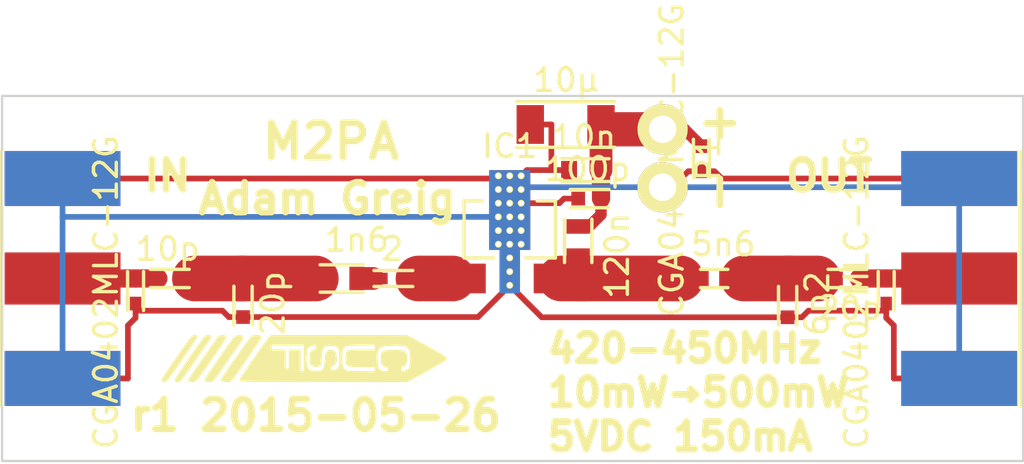
<source format=kicad_pcb>
(kicad_pcb (version 20171130) (host pcbnew "(5.1.12)-1")

  (general
    (thickness 1.6)
    (drawings 15)
    (tracks 114)
    (zones 0)
    (modules 19)
    (nets 10)
  )

  (page A4)
  (title_block
    (title "Martlet 2 RF PA")
    (date "Sat 23 May 2015")
    (rev 1)
    (company "Cambridge University Spaceflight")
    (comment 1 "Drawn By: Adam Greig")
  )

  (layers
    (0 F.Cu signal)
    (31 B.Cu signal)
    (32 B.Adhes user)
    (33 F.Adhes user hide)
    (34 B.Paste user)
    (35 F.Paste user)
    (36 B.SilkS user)
    (37 F.SilkS user)
    (38 B.Mask user)
    (39 F.Mask user)
    (40 Dwgs.User user)
    (41 Cmts.User user)
    (42 Eco1.User user)
    (43 Eco2.User user)
    (44 Edge.Cuts user)
    (45 Margin user)
    (46 B.CrtYd user)
    (47 F.CrtYd user)
    (48 B.Fab user)
    (49 F.Fab user)
  )

  (setup
    (last_trace_width 0.25)
    (user_trace_width 0.2)
    (user_trace_width 0.28)
    (user_trace_width 0.3)
    (user_trace_width 0.4)
    (user_trace_width 0.5)
    (user_trace_width 0.8)
    (user_trace_width 1)
    (user_trace_width 1.2)
    (user_trace_width 1.5)
    (user_trace_width 2)
    (trace_clearance 0.2)
    (zone_clearance 0.3)
    (zone_45_only no)
    (trace_min 0.2)
    (via_size 0.8)
    (via_drill 0.4)
    (via_min_size 0.8)
    (via_min_drill 0.4)
    (user_via 0.8 0.4)
    (user_via 1 0.6)
    (uvia_size 0.3)
    (uvia_drill 0.1)
    (uvias_allowed no)
    (uvia_min_size 0.2)
    (uvia_min_drill 0.1)
    (edge_width 0.1)
    (segment_width 0.6)
    (pcb_text_width 0.3)
    (pcb_text_size 1.5 1.5)
    (mod_edge_width 0.15)
    (mod_text_size 1 1)
    (mod_text_width 0.15)
    (pad_size 0.6 0.6)
    (pad_drill 0)
    (pad_to_mask_clearance 0)
    (aux_axis_origin 0 0)
    (visible_elements 7FFFFFFF)
    (pcbplotparams
      (layerselection 0x010f0_80000001)
      (usegerberextensions true)
      (usegerberattributes true)
      (usegerberadvancedattributes true)
      (creategerberjobfile true)
      (excludeedgelayer true)
      (linewidth 0.100000)
      (plotframeref false)
      (viasonmask false)
      (mode 1)
      (useauxorigin false)
      (hpglpennumber 1)
      (hpglpenspeed 20)
      (hpglpendiameter 15.000000)
      (psnegative false)
      (psa4output false)
      (plotreference false)
      (plotvalue false)
      (plotinvisibletext false)
      (padsonsilk false)
      (subtractmaskfromsilk false)
      (outputformat 1)
      (mirror false)
      (drillshape 0)
      (scaleselection 1)
      (outputdirectory "gerbers/"))
  )

  (net 0 "")
  (net 1 "Net-(C1-Pad1)")
  (net 2 "Net-(C1-Pad2)")
  (net 3 GND)
  (net 4 +5V)
  (net 5 "Net-(C5-Pad2)")
  (net 6 "Net-(C7-Pad2)")
  (net 7 "Net-(IC1-Pad1)")
  (net 8 "Net-(IC1-Pad3)")
  (net 9 "Net-(L1-Pad1)")

  (net_class Default "This is the default net class."
    (clearance 0.2)
    (trace_width 0.25)
    (via_dia 0.8)
    (via_drill 0.4)
    (uvia_dia 0.3)
    (uvia_drill 0.1)
    (add_net +5V)
    (add_net GND)
    (add_net "Net-(C1-Pad1)")
    (add_net "Net-(C1-Pad2)")
    (add_net "Net-(C5-Pad2)")
    (add_net "Net-(C7-Pad2)")
    (add_net "Net-(IC1-Pad1)")
    (add_net "Net-(IC1-Pad3)")
    (add_net "Net-(L1-Pad1)")
  )

  (module m2pa:C0402 (layer F.Cu) (tedit 53CD9C5E) (tstamp 55607FF7)
    (at 124.6 87 180)
    (path /537B564F)
    (fp_text reference C1 (at 0.4 -1.25 180) (layer F.SilkS) hide
      (effects (font (size 1 1) (thickness 0.15)))
    )
    (fp_text value 10p (at 0.6 1.3 180) (layer F.SilkS)
      (effects (font (size 1 1) (thickness 0.15)))
    )
    (fp_line (start -0.35 -0.4) (end 1.35 -0.4) (layer F.SilkS) (width 0.15))
    (fp_line (start -0.35 0.4) (end 1.35 0.4) (layer F.SilkS) (width 0.15))
    (pad 1 smd rect (at 0 0 180) (size 0.6 0.6) (layers F.Cu F.Paste F.Mask)
      (net 1 "Net-(C1-Pad1)"))
    (pad 2 smd rect (at 1 0 180) (size 0.6 0.6) (layers F.Cu F.Paste F.Mask)
      (net 2 "Net-(C1-Pad2)"))
  )

  (module m2pa:C0402 locked (layer F.Cu) (tedit 55609496) (tstamp 55607FFF)
    (at 127.31 88.69 90)
    (path /537B56E0)
    (fp_text reference C2 (at 0.4 -1.25 90) (layer F.SilkS) hide
      (effects (font (size 1 1) (thickness 0.15)))
    )
    (fp_text value 20p (at 0.6 1.3 90) (layer F.SilkS)
      (effects (font (size 1 1) (thickness 0.15)))
    )
    (fp_line (start -0.35 -0.4) (end 1.35 -0.4) (layer F.SilkS) (width 0.15))
    (fp_line (start -0.35 0.4) (end 1.35 0.4) (layer F.SilkS) (width 0.15))
    (pad 1 smd rect (at 0 0 90) (size 0.6 0.6) (layers F.Cu F.Paste F.Mask)
      (net 3 GND) (zone_connect 2))
    (pad 2 smd rect (at 1 0 90) (size 0.6 0.6) (layers F.Cu F.Paste F.Mask)
      (net 1 "Net-(C1-Pad1)"))
  )

  (module m2pa:C0402 (layer F.Cu) (tedit 53CD9C5E) (tstamp 55608007)
    (at 143 83.5 180)
    (path /537B5BFF)
    (fp_text reference C3 (at 0.4 -1.25 180) (layer F.SilkS) hide
      (effects (font (size 1 1) (thickness 0.15)))
    )
    (fp_text value 100p (at 0.6 1.3 180) (layer F.SilkS)
      (effects (font (size 1 1) (thickness 0.15)))
    )
    (fp_line (start -0.35 -0.4) (end 1.35 -0.4) (layer F.SilkS) (width 0.15))
    (fp_line (start -0.35 0.4) (end 1.35 0.4) (layer F.SilkS) (width 0.15))
    (pad 1 smd rect (at 0 0 180) (size 0.6 0.6) (layers F.Cu F.Paste F.Mask)
      (net 4 +5V))
    (pad 2 smd rect (at 1 0 180) (size 0.6 0.6) (layers F.Cu F.Paste F.Mask)
      (net 3 GND))
  )

  (module m2pa:C0603 (layer F.Cu) (tedit 53CD4DE5) (tstamp 5560800F)
    (at 143 82.25 180)
    (path /537B5C80)
    (fp_text reference C4 (at 0.7 -1.35 180) (layer F.SilkS) hide
      (effects (font (size 1 1) (thickness 0.15)))
    )
    (fp_text value 10n (at 0.75 1.45 180) (layer F.SilkS)
      (effects (font (size 1 1) (thickness 0.15)))
    )
    (fp_line (start -0.35 -0.5) (end 1.75 -0.5) (layer F.SilkS) (width 0.15))
    (fp_line (start 1.75 0.5) (end -0.35 0.5) (layer F.SilkS) (width 0.15))
    (pad 1 smd rect (at 0 0 180) (size 0.7 0.8) (layers F.Cu F.Paste F.Mask)
      (net 4 +5V))
    (pad 2 smd rect (at 1.4 0 180) (size 0.7 0.8) (layers F.Cu F.Paste F.Mask)
      (net 3 GND))
  )

  (module m2pa:C0402 locked (layer F.Cu) (tedit 5560948F) (tstamp 55608017)
    (at 151.18 88.7 90)
    (path /537B5A1A)
    (fp_text reference C5 (at 0.4 -1.25 90) (layer F.SilkS) hide
      (effects (font (size 1 1) (thickness 0.15)))
    )
    (fp_text value 6p2 (at 0.6 1.3 90) (layer F.SilkS)
      (effects (font (size 1 1) (thickness 0.15)))
    )
    (fp_line (start -0.35 -0.4) (end 1.35 -0.4) (layer F.SilkS) (width 0.15))
    (fp_line (start -0.35 0.4) (end 1.35 0.4) (layer F.SilkS) (width 0.15))
    (pad 1 smd rect (at 0 0 90) (size 0.6 0.6) (layers F.Cu F.Paste F.Mask)
      (net 3 GND) (zone_connect 2))
    (pad 2 smd rect (at 1 0 90) (size 0.6 0.6) (layers F.Cu F.Paste F.Mask)
      (net 5 "Net-(C5-Pad2)"))
  )

  (module m2pa:C1206 (layer F.Cu) (tedit 53CD9DEC) (tstamp 5560801F)
    (at 143 80.25 180)
    (path /537BBE5B)
    (fp_text reference C6 (at 1.4 -1.85 180) (layer F.SilkS) hide
      (effects (font (size 1 1) (thickness 0.15)))
    )
    (fp_text value 10µ (at 1.5 1.95 180) (layer F.SilkS)
      (effects (font (size 1 1) (thickness 0.15)))
    )
    (fp_line (start -0.6 -1) (end 3.7 -1) (layer F.SilkS) (width 0.15))
    (fp_line (start -0.6 1) (end 3.7 1) (layer F.SilkS) (width 0.15))
    (pad 1 smd rect (at 0 0 180) (size 1.2 1.7) (layers F.Cu F.Paste F.Mask)
      (net 4 +5V))
    (pad 2 smd rect (at 3.1 0 180) (size 1.2 1.7) (layers F.Cu F.Paste F.Mask)
      (net 3 GND))
  )

  (module m2pa:C0402 (layer F.Cu) (tedit 53CD9C5E) (tstamp 55608027)
    (at 153.3 87)
    (path /537B5AA3)
    (fp_text reference C7 (at 0.4 -1.25) (layer F.SilkS) hide
      (effects (font (size 1 1) (thickness 0.15)))
    )
    (fp_text value 20p (at 0.6 1.3) (layer F.SilkS)
      (effects (font (size 1 1) (thickness 0.15)))
    )
    (fp_line (start -0.35 -0.4) (end 1.35 -0.4) (layer F.SilkS) (width 0.15))
    (fp_line (start -0.35 0.4) (end 1.35 0.4) (layer F.SilkS) (width 0.15))
    (pad 1 smd rect (at 0 0) (size 0.6 0.6) (layers F.Cu F.Paste F.Mask)
      (net 5 "Net-(C5-Pad2)"))
    (pad 2 smd rect (at 1 0) (size 0.6 0.6) (layers F.Cu F.Paste F.Mask)
      (net 6 "Net-(C7-Pad2)"))
  )

  (module m2pa:R0402 (layer F.Cu) (tedit 53CDA370) (tstamp 5560802F)
    (at 122.6 87 270)
    (path /55607F4A)
    (fp_text reference D1 (at 0.4 -1.25 270) (layer F.SilkS) hide
      (effects (font (size 1 1) (thickness 0.15)))
    )
    (fp_text value CGA0402MLC-12G (at 0.6 1.3 270) (layer F.SilkS)
      (effects (font (size 1 1) (thickness 0.15)))
    )
    (fp_line (start -0.3 -0.35) (end 1.4 -0.35) (layer F.SilkS) (width 0.15))
    (fp_line (start -0.3 0.35) (end 1.4 0.35) (layer F.SilkS) (width 0.15))
    (pad 1 smd rect (at 0 0 270) (size 0.6 0.5) (layers F.Cu F.Paste F.Mask)
      (net 2 "Net-(C1-Pad2)"))
    (pad 2 smd rect (at 1.1 0 270) (size 0.6 0.5) (layers F.Cu F.Paste F.Mask)
      (net 3 GND))
  )

  (module m2pa:R0402 (layer F.Cu) (tedit 53CDA370) (tstamp 55608037)
    (at 155.5 87 270)
    (path /53D02CEB)
    (fp_text reference D2 (at 0.4 -1.25 270) (layer F.SilkS) hide
      (effects (font (size 1 1) (thickness 0.15)))
    )
    (fp_text value CGA0402MLC-12G (at 0.6 1.3 270) (layer F.SilkS)
      (effects (font (size 1 1) (thickness 0.15)))
    )
    (fp_line (start -0.3 -0.35) (end 1.4 -0.35) (layer F.SilkS) (width 0.15))
    (fp_line (start -0.3 0.35) (end 1.4 0.35) (layer F.SilkS) (width 0.15))
    (pad 1 smd rect (at 0 0 270) (size 0.6 0.5) (layers F.Cu F.Paste F.Mask)
      (net 6 "Net-(C7-Pad2)"))
    (pad 2 smd rect (at 1.1 0 270) (size 0.6 0.5) (layers F.Cu F.Paste F.Mask)
      (net 3 GND))
  )

  (module m2pa:L0603 locked (layer F.Cu) (tedit 53CD4A11) (tstamp 55608068)
    (at 132.29 87 180)
    (path /537BE636)
    (fp_text reference L1 (at 0 -1.6 180) (layer F.SilkS) hide
      (effects (font (size 1 1) (thickness 0.15)))
    )
    (fp_text value 1n6 (at 0 1.7 180) (layer F.SilkS)
      (effects (font (size 1 1) (thickness 0.15)))
    )
    (fp_line (start -0.3 -0.6) (end 1.6 -0.6) (layer F.SilkS) (width 0.15))
    (fp_line (start -0.3 0.6) (end 1.6 0.6) (layer F.SilkS) (width 0.15))
    (pad 1 smd rect (at 0 0 180) (size 0.64 1.02) (layers F.Cu F.Paste F.Mask)
      (net 9 "Net-(L1-Pad1)"))
    (pad 2 smd rect (at 1.28 0 180) (size 0.64 1.02) (layers F.Cu F.Paste F.Mask)
      (net 1 "Net-(C1-Pad1)"))
  )

  (module m2pa:L0603 (layer F.Cu) (tedit 53CD4A11) (tstamp 55608070)
    (at 142 86 90)
    (path /537BE815)
    (fp_text reference L2 (at 0 -1.6 90) (layer F.SilkS) hide
      (effects (font (size 1 1) (thickness 0.15)))
    )
    (fp_text value 120n (at 0 1.7 90) (layer F.SilkS)
      (effects (font (size 1 1) (thickness 0.15)))
    )
    (fp_line (start -0.3 -0.6) (end 1.6 -0.6) (layer F.SilkS) (width 0.15))
    (fp_line (start -0.3 0.6) (end 1.6 0.6) (layer F.SilkS) (width 0.15))
    (pad 1 smd rect (at 0 0 90) (size 0.64 1.02) (layers F.Cu F.Paste F.Mask)
      (net 8 "Net-(IC1-Pad3)"))
    (pad 2 smd rect (at 1.28 0 90) (size 0.64 1.02) (layers F.Cu F.Paste F.Mask)
      (net 4 +5V))
  )

  (module m2pa:L0402 locked (layer F.Cu) (tedit 53CD4996) (tstamp 55608078)
    (at 148.36 87 180)
    (path /537BEED9)
    (fp_text reference L3 (at 0 -1.4 180) (layer F.SilkS) hide
      (effects (font (size 1 1) (thickness 0.15)))
    )
    (fp_text value 5n6 (at 0 1.5 180) (layer F.SilkS)
      (effects (font (size 1 1) (thickness 0.15)))
    )
    (fp_line (start -0.2 -0.4) (end 1 -0.4) (layer F.SilkS) (width 0.15))
    (fp_line (start -0.2 0.4) (end 1 0.4) (layer F.SilkS) (width 0.15))
    (pad 1 smd rect (at 0 0 180) (size 0.36 0.66) (layers F.Cu F.Paste F.Mask)
      (net 5 "Net-(C5-Pad2)"))
    (pad 2 smd rect (at 0.82 0 180) (size 0.36 0.66) (layers F.Cu F.Paste F.Mask)
      (net 8 "Net-(IC1-Pad3)"))
  )

  (module m2pa:R0402 locked (layer F.Cu) (tedit 53CDA370) (tstamp 556080A8)
    (at 134.45 87 180)
    (path /537BE047)
    (fp_text reference R1 (at 0.4 -1.25 180) (layer F.SilkS) hide
      (effects (font (size 1 1) (thickness 0.15)))
    )
    (fp_text value 2 (at 0.6 1.3 180) (layer F.SilkS)
      (effects (font (size 1 1) (thickness 0.15)))
    )
    (fp_line (start -0.3 -0.35) (end 1.4 -0.35) (layer F.SilkS) (width 0.15))
    (fp_line (start -0.3 0.35) (end 1.4 0.35) (layer F.SilkS) (width 0.15))
    (pad 1 smd rect (at 0 0 180) (size 0.6 0.5) (layers F.Cu F.Paste F.Mask)
      (net 7 "Net-(IC1-Pad1)"))
    (pad 2 smd rect (at 1.1 0 180) (size 0.6 0.5) (layers F.Cu F.Paste F.Mask)
      (net 9 "Net-(L1-Pad1)"))
  )

  (module m2pa:R0402 (layer F.Cu) (tedit 53CDA370) (tstamp 556089EF)
    (at 147.4 81.2 270)
    (path /55608B21)
    (fp_text reference D3 (at 0.4 -1.25 270) (layer F.SilkS) hide
      (effects (font (size 1 1) (thickness 0.15)))
    )
    (fp_text value CGA0402MLC-12G (at 0.6 1.3 270) (layer F.SilkS)
      (effects (font (size 1 1) (thickness 0.15)))
    )
    (fp_line (start -0.3 -0.35) (end 1.4 -0.35) (layer F.SilkS) (width 0.15))
    (fp_line (start -0.3 0.35) (end 1.4 0.35) (layer F.SilkS) (width 0.15))
    (pad 1 smd rect (at 0 0 270) (size 0.6 0.5) (layers F.Cu F.Paste F.Mask)
      (net 4 +5V))
    (pad 2 smd rect (at 1.1 0 270) (size 0.6 0.5) (layers F.Cu F.Paste F.Mask)
      (net 3 GND))
  )

  (module m2pa:SMA-142-0701-801 (layer F.Cu) (tedit 55609D61) (tstamp 556080A0)
    (at 158.7 87 270)
    (path /537B7B92)
    (fp_text reference P3 (at 0 -4.064 270) (layer F.SilkS) hide
      (effects (font (size 1 1) (thickness 0.15)))
    )
    (fp_text value SMA (at -3.556 3.81 270) (layer F.SilkS) hide
      (effects (font (size 1 1) (thickness 0.15)))
    )
    (fp_line (start -5.588 -2.667) (end 5.588 -2.667) (layer F.SilkS) (width 0.15))
    (pad 1 smd rect (at 0 0 270) (size 2.286 5.08) (layers F.Cu F.Mask)
      (net 6 "Net-(C7-Pad2)") (zone_connect 2))
    (pad 2 smd rect (at -4.3815 0 270) (size 2.413 5.08) (layers F.Cu F.Mask)
      (net 3 GND) (zone_connect 2))
    (pad 3 smd rect (at 4.3815 0 270) (size 2.413 5.08) (layers F.Cu F.Mask)
      (net 3 GND) (zone_connect 2))
    (pad 4 smd rect (at -4.3815 0 270) (size 2.413 5.08) (layers B.Cu B.Mask)
      (net 3 GND) (zone_connect 2))
    (pad 5 smd rect (at 4.3815 0 270) (size 2.413 5.08) (layers B.Cu B.Mask)
      (net 3 GND) (zone_connect 2))
  )

  (module m2pa:SMA-142-0701-801 (layer F.Cu) (tedit 55609D61) (tstamp 55608096)
    (at 119.4 87 90)
    (path /555D1B9C)
    (fp_text reference P2 (at 0 -4.064 90) (layer F.SilkS) hide
      (effects (font (size 1 1) (thickness 0.15)))
    )
    (fp_text value SMA (at -3.556 3.81 90) (layer F.SilkS) hide
      (effects (font (size 1 1) (thickness 0.15)))
    )
    (fp_line (start -5.588 -2.667) (end 5.588 -2.667) (layer F.SilkS) (width 0.15))
    (pad 1 smd rect (at 0 0 90) (size 2.286 5.08) (layers F.Cu F.Mask)
      (net 2 "Net-(C1-Pad2)") (zone_connect 2))
    (pad 2 smd rect (at -4.3815 0 90) (size 2.413 5.08) (layers F.Cu F.Mask)
      (net 3 GND) (zone_connect 2))
    (pad 3 smd rect (at 4.3815 0 90) (size 2.413 5.08) (layers F.Cu F.Mask)
      (net 3 GND) (zone_connect 2))
    (pad 4 smd rect (at -4.3815 0 90) (size 2.413 5.08) (layers B.Cu B.Mask)
      (net 3 GND) (zone_connect 2))
    (pad 5 smd rect (at 4.3815 0 90) (size 2.413 5.08) (layers B.Cu B.Mask)
      (net 3 GND) (zone_connect 2))
  )

  (module m2pa:SOT89-3 (layer F.Cu) (tedit 5560A450) (tstamp 55608060)
    (at 139 87)
    (path /53792B5C)
    (fp_text reference IC1 (at 0 -5.8) (layer F.SilkS)
      (effects (font (size 1 1) (thickness 0.15)))
    )
    (fp_text value ADL5324 (at 0 1.8) (layer F.SilkS) hide
      (effects (font (size 1 1) (thickness 0.15)))
    )
    (fp_line (start -1.5 -3.4) (end -1.2 -3.4) (layer F.SilkS) (width 0.15))
    (fp_line (start 1.2 -3.4) (end 1.5 -3.4) (layer F.SilkS) (width 0.15))
    (fp_line (start -1.5 -0.9) (end -0.7 -0.9) (layer F.SilkS) (width 0.15))
    (fp_line (start 1.5 -0.9) (end 0.7 -0.9) (layer F.SilkS) (width 0.15))
    (fp_line (start -2 -0.9) (end -1.5 -0.9) (layer F.SilkS) (width 0.15))
    (fp_line (start -2 -3.4) (end -2 -0.9) (layer F.SilkS) (width 0.15))
    (fp_line (start -1.5 -3.4) (end -2 -3.4) (layer F.SilkS) (width 0.15))
    (fp_line (start 2 -3.4) (end 1.5 -3.4) (layer F.SilkS) (width 0.15))
    (fp_line (start 2 -0.9) (end 2 -3.4) (layer F.SilkS) (width 0.15))
    (fp_line (start 1.5 -0.9) (end 2 -0.9) (layer F.SilkS) (width 0.15))
    (pad 2 smd rect (at 0 -0.3 180) (size 0.9 1.9) (layers F.Cu F.Paste F.Mask)
      (net 3 GND) (zone_connect 2))
    (pad 1 smd rect (at -1.5 0 180) (size 0.9 1.3) (layers F.Cu F.Paste F.Mask)
      (net 7 "Net-(IC1-Pad1)"))
    (pad 3 smd rect (at 1.5 0 180) (size 0.9 1.3) (layers F.Cu F.Paste F.Mask)
      (net 8 "Net-(IC1-Pad3)"))
    (pad 2 smd rect (at 0 -3 180) (size 1.8 3.5) (layers F.Cu F.Paste F.Mask)
      (net 3 GND) (zone_connect 2))
    (pad 2 thru_hole circle (at 0 -0.3 180) (size 0.3 0.3) (drill 0.2) (layers *.Cu F.SilkS F.Mask)
      (net 3 GND) (zone_connect 2))
    (pad 2 thru_hole circle (at 0 0.3 180) (size 0.3 0.3) (drill 0.2) (layers *.Cu F.SilkS F.Mask)
      (net 3 GND) (zone_connect 2))
    (pad 2 thru_hole circle (at 0 -0.9 180) (size 0.3 0.3) (drill 0.2) (layers *.Cu F.SilkS F.Mask)
      (net 3 GND) (zone_connect 2))
    (pad 2 thru_hole circle (at 0 -1.5 180) (size 0.3 0.3) (drill 0.2) (layers *.Cu F.SilkS F.Mask)
      (net 3 GND) (zone_connect 2))
    (pad 2 thru_hole circle (at 0 -2.1 180) (size 0.3 0.3) (drill 0.2) (layers *.Cu F.SilkS F.Mask)
      (net 3 GND) (zone_connect 2))
    (pad 2 thru_hole circle (at 0 -2.7 180) (size 0.3 0.3) (drill 0.2) (layers *.Cu F.SilkS F.Mask)
      (net 3 GND) (zone_connect 2))
    (pad 2 thru_hole circle (at 0 -3.3 180) (size 0.3 0.3) (drill 0.2) (layers *.Cu F.SilkS F.Mask)
      (net 3 GND) (zone_connect 2))
    (pad 2 thru_hole circle (at 0 -3.9 180) (size 0.3 0.3) (drill 0.2) (layers *.Cu F.SilkS F.Mask)
      (net 3 GND) (zone_connect 2))
    (pad 2 thru_hole circle (at 0 -4.5 180) (size 0.3 0.3) (drill 0.2) (layers *.Cu F.SilkS F.Mask)
      (net 3 GND) (zone_connect 2))
    (pad 2 thru_hole circle (at 0.5 -1.5 180) (size 0.3 0.3) (drill 0.2) (layers *.Cu F.SilkS F.Mask)
      (net 3 GND) (zone_connect 2))
    (pad 2 thru_hole circle (at 0.5 -2.1 180) (size 0.3 0.3) (drill 0.2) (layers *.Cu F.SilkS F.Mask)
      (net 3 GND) (zone_connect 2))
    (pad 2 thru_hole circle (at 0.5 -2.7 180) (size 0.3 0.3) (drill 0.2) (layers *.Cu F.SilkS F.Mask)
      (net 3 GND) (zone_connect 2))
    (pad 2 thru_hole circle (at 0.5 -3.3 180) (size 0.3 0.3) (drill 0.2) (layers *.Cu F.SilkS F.Mask)
      (net 3 GND) (zone_connect 2))
    (pad 2 thru_hole circle (at 0.5 -3.9 180) (size 0.3 0.3) (drill 0.2) (layers *.Cu F.SilkS F.Mask)
      (net 3 GND) (zone_connect 2))
    (pad 2 thru_hole circle (at -0.5 -3.9 180) (size 0.3 0.3) (drill 0.2) (layers *.Cu F.SilkS F.Mask)
      (net 3 GND) (zone_connect 2))
    (pad 2 thru_hole circle (at -0.5 -3.3 180) (size 0.3 0.3) (drill 0.2) (layers *.Cu F.SilkS F.Mask)
      (net 3 GND) (zone_connect 2))
    (pad 2 thru_hole circle (at -0.5 -2.7 180) (size 0.3 0.3) (drill 0.2) (layers *.Cu F.SilkS F.Mask)
      (net 3 GND) (zone_connect 2))
    (pad 2 thru_hole circle (at -0.5 -2.1 180) (size 0.3 0.3) (drill 0.2) (layers *.Cu F.SilkS F.Mask)
      (net 3 GND) (zone_connect 2))
    (pad 2 thru_hole circle (at -0.5 -1.5 180) (size 0.3 0.3) (drill 0.2) (layers *.Cu F.SilkS F.Mask)
      (net 3 GND) (zone_connect 2))
    (pad 2 thru_hole circle (at -0.5 -4.5 180) (size 0.3 0.3) (drill 0.2) (layers *.Cu F.SilkS F.Mask)
      (net 3 GND) (zone_connect 2))
    (pad 2 thru_hole circle (at 0.5 -4.5 180) (size 0.3 0.3) (drill 0.2) (layers *.Cu F.SilkS F.Mask)
      (net 3 GND) (zone_connect 2))
    (pad 2 smd rect (at 0 -3 180) (size 1.8 3.5) (layers B.Cu)
      (net 3 GND) (zone_connect 2))
    (pad 2 smd rect (at 0 -0.3 180) (size 0.9 1.9) (layers B.Cu)
      (net 3 GND) (zone_connect 2))
  )

  (module m2pa:cusf_logo_small (layer F.Cu) (tedit 0) (tstamp 5560CEAD)
    (at 130 90.5 270)
    (fp_text reference G*** (at 0 0 270) (layer F.SilkS) hide
      (effects (font (size 1.524 1.524) (thickness 0.3)))
    )
    (fp_text value LOGO (at 0.75 0 270) (layer F.SilkS) hide
      (effects (font (size 1.524 1.524) (thickness 0.3)))
    )
    (fp_poly (pts (xy 0.994954 -4.512126) (xy 0.989602 -0.864355) (xy 0.988922 -0.40392) (xy 0.988277 0.016045)
      (xy 0.987643 0.397406) (xy 0.986995 0.742026) (xy 0.986311 1.05177) (xy 0.985564 1.328502)
      (xy 0.98473 1.574087) (xy 0.983786 1.790388) (xy 0.982707 1.979271) (xy 0.981469 2.142598)
      (xy 0.980047 2.282235) (xy 0.978417 2.400047) (xy 0.976555 2.497896) (xy 0.974436 2.577648)
      (xy 0.972036 2.641166) (xy 0.96933 2.690315) (xy 0.966295 2.72696) (xy 0.962906 2.752965)
      (xy 0.959138 2.770193) (xy 0.954968 2.780509) (xy 0.950371 2.785778) (xy 0.945322 2.787864)
      (xy 0.941917 2.78838) (xy 0.914543 2.777381) (xy 0.854647 2.742682) (xy 0.763974 2.685439)
      (xy 0.644271 2.606807) (xy 0.619973 2.590463) (xy 0.619973 -3.704167) (xy 0.47932 -3.704167)
      (xy 0.338667 -3.704167) (xy 0.338667 -3.631461) (xy 0.326661 -3.534217) (xy 0.292835 -3.462218)
      (xy 0.256067 -3.430106) (xy 0.196567 -3.411154) (xy 0.110079 -3.398639) (xy 0.011547 -3.393206)
      (xy -0.084081 -3.395505) (xy -0.161859 -3.40618) (xy -0.179847 -3.411237) (xy -0.225411 -3.431516)
      (xy -0.260016 -3.461319) (xy -0.285128 -3.506146) (xy -0.302211 -3.571499) (xy -0.31273 -3.66288)
      (xy -0.318149 -3.78579) (xy -0.31991 -3.93731) (xy -0.318068 -4.100152) (xy -0.310808 -4.225172)
      (xy -0.297258 -4.316636) (xy -0.276542 -4.378812) (xy -0.247786 -4.415966) (xy -0.21889 -4.43041)
      (xy -0.126724 -4.45195) (xy -0.045144 -4.460393) (xy 0.047676 -4.457374) (xy 0.090214 -4.453584)
      (xy 0.19419 -4.437497) (xy 0.262451 -4.410432) (xy 0.301168 -4.36756) (xy 0.31651 -4.30405)
      (xy 0.3175 -4.275667) (xy 0.3175 -4.191) (xy 0.457981 -4.191) (xy 0.598463 -4.191)
      (xy 0.587767 -4.324248) (xy 0.570581 -4.442159) (xy 0.53731 -4.532926) (xy 0.483476 -4.599585)
      (xy 0.404605 -4.645171) (xy 0.296219 -4.672718) (xy 0.153842 -4.685261) (xy 0.052917 -4.686855)
      (xy -0.124376 -4.681019) (xy -0.265316 -4.663061) (xy -0.37467 -4.63091) (xy -0.457207 -4.582497)
      (xy -0.517697 -4.515751) (xy -0.560908 -4.428601) (xy -0.564409 -4.418837) (xy -0.585027 -4.329766)
      (xy -0.598139 -4.209513) (xy -0.604111 -4.067732) (xy -0.603308 -3.914082) (xy -0.596096 -3.75822)
      (xy -0.582841 -3.609802) (xy -0.563909 -3.478486) (xy -0.539663 -3.373929) (xy -0.523155 -3.32901)
      (xy -0.477635 -3.272119) (xy -0.401517 -3.221679) (xy -0.306533 -3.184794) (xy -0.271267 -3.176453)
      (xy -0.166129 -3.163052) (xy -0.036832 -3.157175) (xy 0.099129 -3.158807) (xy 0.224259 -3.167932)
      (xy 0.286727 -3.176972) (xy 0.36528 -3.194604) (xy 0.434836 -3.215469) (xy 0.467677 -3.228956)
      (xy 0.528915 -3.284066) (xy 0.573981 -3.376693) (xy 0.602049 -3.504897) (xy 0.607603 -3.55661)
      (xy 0.619973 -3.704167) (xy 0.619973 2.590463) (xy 0.61812 2.589217) (xy 0.61812 -3.132667)
      (xy 0.478393 -3.132667) (xy 0.338667 -3.132667) (xy 0.337745 -2.619375) (xy 0.33665 -2.425996)
      (xy 0.333839 -2.270419) (xy 0.328872 -2.148132) (xy 0.321308 -2.054622) (xy 0.310709 -1.985377)
      (xy 0.296632 -1.935886) (xy 0.27864 -1.901636) (xy 0.266312 -1.887053) (xy 0.226703 -1.869257)
      (xy 0.156521 -1.856971) (xy 0.067143 -1.850213) (xy -0.030053 -1.849004) (xy -0.123692 -1.853362)
      (xy -0.202396 -1.863308) (xy -0.25479 -1.878859) (xy -0.265339 -1.886147) (xy -0.286428 -1.913758)
      (xy -0.303157 -1.952899) (xy -0.315992 -2.008212) (xy -0.325403 -2.084342) (xy -0.331857 -2.185931)
      (xy -0.335821 -2.317624) (xy -0.337764 -2.484064) (xy -0.338162 -2.608792) (xy -0.338666 -3.132667)
      (xy -0.477927 -3.132667) (xy -0.617187 -3.132667) (xy -0.609824 -2.513542) (xy -0.607258 -2.327543)
      (xy -0.604279 -2.179067) (xy -0.600602 -2.063305) (xy -0.595941 -1.975447) (xy -0.590011 -1.910683)
      (xy -0.582527 -1.864203) (xy -0.573205 -1.831198) (xy -0.568735 -1.820333) (xy -0.515076 -1.733828)
      (xy -0.441206 -1.675442) (xy -0.343971 -1.638577) (xy -0.260895 -1.623921) (xy -0.149429 -1.614662)
      (xy -0.023186 -1.610927) (xy 0.104219 -1.612845) (xy 0.219171 -1.620544) (xy 0.300583 -1.632492)
      (xy 0.412066 -1.666588) (xy 0.491262 -1.717697) (xy 0.546869 -1.792221) (xy 0.562507 -1.825352)
      (xy 0.573915 -1.856978) (xy 0.583059 -1.895463) (xy 0.590287 -1.946013) (xy 0.59595 -2.013831)
      (xy 0.600396 -2.104121) (xy 0.603974 -2.222087) (xy 0.607034 -2.372933) (xy 0.609391 -2.524125)
      (xy 0.61812 -3.132667) (xy 0.61812 2.589217) (xy 0.613834 2.586334) (xy 0.613834 0.211667)
      (xy 0.613834 0.09525) (xy 0.613834 -0.021167) (xy 0.602885 -0.021167) (xy 0.602885 -0.512006)
      (xy 0.596344 -0.627817) (xy 0.576036 -0.727283) (xy 0.543535 -0.799314) (xy 0.534519 -0.810812)
      (xy 0.485633 -0.851877) (xy 0.417233 -0.883417) (xy 0.322492 -0.907544) (xy 0.194587 -0.926371)
      (xy 0.143502 -0.931825) (xy -0.006977 -0.947088) (xy -0.120529 -0.960581) (xy -0.202353 -0.974716)
      (xy -0.257646 -0.991909) (xy -0.291609 -1.014572) (xy -0.30944 -1.045122) (xy -0.316337 -1.085971)
      (xy -0.317499 -1.139534) (xy -0.3175 -1.145904) (xy -0.312103 -1.235298) (xy -0.291271 -1.292888)
      (xy -0.248039 -1.328348) (xy -0.175444 -1.351349) (xy -0.16851 -1.352866) (xy -0.020478 -1.374243)
      (xy 0.102417 -1.370514) (xy 0.197509 -1.342646) (xy 0.262129 -1.291606) (xy 0.293613 -1.21836)
      (xy 0.296334 -1.184338) (xy 0.300799 -1.162124) (xy 0.320344 -1.149639) (xy 0.364191 -1.144169)
      (xy 0.436878 -1.143) (xy 0.577423 -1.143) (xy 0.56499 -1.263463) (xy 0.542122 -1.374313)
      (xy 0.495978 -1.45597) (xy 0.420424 -1.517951) (xy 0.390218 -1.534583) (xy 0.351303 -1.551674)
      (xy 0.307719 -1.563526) (xy 0.251062 -1.571051) (xy 0.172928 -1.575161) (xy 0.064914 -1.576767)
      (xy 0 -1.576917) (xy -0.15977 -1.574556) (xy -0.283352 -1.56625) (xy -0.376693 -1.55016)
      (xy -0.445739 -1.524451) (xy -0.496435 -1.487285) (xy -0.534729 -1.436824) (xy -0.550727 -1.406769)
      (xy -0.579266 -1.317108) (xy -0.594622 -1.203787) (xy -0.596345 -1.08352) (xy -0.583984 -0.97302)
      (xy -0.564255 -0.904309) (xy -0.53354 -0.852161) (xy -0.486499 -0.810315) (xy -0.418299 -0.777187)
      (xy -0.324106 -0.751191) (xy -0.199089 -0.730742) (xy -0.038415 -0.714254) (xy 0.03175 -0.708788)
      (xy 0.122823 -0.699287) (xy 0.202133 -0.685868) (xy 0.25691 -0.670884) (xy 0.268886 -0.66511)
      (xy 0.309907 -0.616453) (xy 0.330261 -0.545136) (xy 0.331053 -0.464027) (xy 0.313384 -0.385994)
      (xy 0.278357 -0.323906) (xy 0.237059 -0.293763) (xy 0.191968 -0.285135) (xy 0.116739 -0.279581)
      (xy 0.023499 -0.277758) (xy -0.038948 -0.278818) (xy -0.13885 -0.282762) (xy -0.20555 -0.288357)
      (xy -0.248175 -0.297606) (xy -0.275856 -0.312513) (xy -0.297722 -0.335081) (xy -0.29824 -0.33572)
      (xy -0.327043 -0.392847) (xy -0.338666 -0.457428) (xy -0.338666 -0.529167) (xy -0.478689 -0.529167)
      (xy -0.618711 -0.529167) (xy -0.603806 -0.407458) (xy -0.576386 -0.273187) (xy -0.53152 -0.176983)
      (xy -0.468901 -0.118204) (xy -0.463802 -0.115453) (xy -0.377218 -0.084504) (xy -0.259589 -0.062034)
      (xy -0.121502 -0.048835) (xy 0.026457 -0.045701) (xy 0.173704 -0.053427) (xy 0.247369 -0.062129)
      (xy 0.374021 -0.088077) (xy 0.465506 -0.127674) (xy 0.528323 -0.187083) (xy 0.568971 -0.272468)
      (xy 0.593951 -0.389993) (xy 0.594086 -0.390941) (xy 0.602885 -0.512006) (xy 0.602885 -0.021167)
      (xy 0 -0.021167) (xy -0.613833 -0.021167) (xy -0.613833 0.73025) (xy -0.613833 1.481667)
      (xy -0.47625 1.481667) (xy -0.338666 1.481667) (xy -0.338666 1.17475) (xy -0.338666 0.867833)
      (xy 0.074084 0.867833) (xy 0.486834 0.867833) (xy 0.486834 0.751417) (xy 0.486834 0.635)
      (xy 0.074084 0.635) (xy -0.338666 0.635) (xy -0.338666 0.423333) (xy -0.338666 0.211667)
      (xy 0.137584 0.211667) (xy 0.613834 0.211667) (xy 0.613834 2.586334) (xy 0.497285 2.507942)
      (xy 0.324761 2.389998) (xy 0.128447 2.254132) (xy 0.021167 2.179316) (xy -0.152243 2.057837)
      (xy -0.316585 1.942206) (xy -0.468291 1.834969) (xy -0.603793 1.73867) (xy -0.719525 1.655855)
      (xy -0.81192 1.589068) (xy -0.877409 1.540855) (xy -0.912426 1.51376) (xy -0.915458 1.5111)
      (xy -0.973666 1.456911) (xy -0.973666 -1.515915) (xy -0.973666 -4.488741) (xy -0.918779 -4.599162)
      (xy -0.896427 -4.641945) (xy -0.856026 -4.716999) (xy -0.80015 -4.819626) (xy -0.731376 -4.945129)
      (xy -0.65228 -5.088808) (xy -0.565439 -5.245968) (xy -0.473428 -5.411909) (xy -0.448599 -5.456589)
      (xy -0.343033 -5.645957) (xy -0.255703 -5.801247) (xy -0.184669 -5.925595) (xy -0.127988 -6.022138)
      (xy -0.083721 -6.094014) (xy -0.049927 -6.144359) (xy -0.024663 -6.176311) (xy -0.00599 -6.193006)
      (xy 0.008034 -6.19758) (xy 0.009804 -6.197423) (xy 0.027764 -6.185613) (xy 0.055897 -6.152329)
      (xy 0.095809 -6.095027) (xy 0.149108 -6.011162) (xy 0.217398 -5.898191) (xy 0.302288 -5.75357)
      (xy 0.405383 -5.574755) (xy 0.428088 -5.535083) (xy 0.519916 -5.374026) (xy 0.609242 -5.216515)
      (xy 0.692818 -5.068337) (xy 0.767398 -4.935279) (xy 0.829735 -4.823128) (xy 0.876582 -4.737671)
      (xy 0.899107 -4.695521) (xy 0.994954 -4.512126)) (layer F.SilkS) (width 0.1))
    (fp_poly (pts (xy 0.992455 3.363004) (xy 0.990416 3.431445) (xy 0.984431 3.521917) (xy 0.97447 3.584698)
      (xy 0.961685 3.612798) (xy 0.960424 3.613391) (xy 0.933054 3.60578) (xy 0.881077 3.578623)
      (xy 0.814195 3.537173) (xy 0.791091 3.521655) (xy 0.583644 3.379206) (xy 0.377312 3.236717)
      (xy 0.175343 3.096486) (xy -0.019017 2.960811) (xy -0.202519 2.831988) (xy -0.371917 2.712316)
      (xy -0.523963 2.604091) (xy -0.65541 2.509612) (xy -0.76301 2.431175) (xy -0.843516 2.371078)
      (xy -0.89368 2.331619) (xy -0.904875 2.321796) (xy -0.939572 2.286494) (xy -0.960073 2.253934)
      (xy -0.970102 2.211636) (xy -0.973385 2.147124) (xy -0.973666 2.091348) (xy -0.97293 2.00854)
      (xy -0.969045 1.959385) (xy -0.959501 1.935205) (xy -0.941787 1.927325) (xy -0.926041 1.926812)
      (xy -0.90183 1.938643) (xy -0.846984 1.972108) (xy -0.76549 2.024471) (xy -0.661329 2.093)
      (xy -0.538486 2.174959) (xy -0.400945 2.267614) (xy -0.252688 2.368231) (xy -0.097699 2.474075)
      (xy 0.060037 2.582413) (xy 0.216538 2.690509) (xy 0.36782 2.79563) (xy 0.509899 2.895042)
      (xy 0.638791 2.986008) (xy 0.750514 3.065797) (xy 0.841083 3.131672) (xy 0.906515 3.1809)
      (xy 0.9375 3.205949) (xy 0.966549 3.233609) (xy 0.983641 3.261543) (xy 0.9914 3.300943)
      (xy 0.992455 3.363004)) (layer F.SilkS) (width 0.1))
    (fp_poly (pts (xy 0.992199 4.113405) (xy 0.990412 4.189997) (xy 0.9904 4.190272) (xy 0.984093 4.270389)
      (xy 0.972762 4.315715) (xy 0.954411 4.333683) (xy 0.951719 4.334339) (xy 0.928535 4.323757)
      (xy 0.874105 4.291054) (xy 0.791802 4.238476) (xy 0.685 4.168269) (xy 0.55707 4.082678)
      (xy 0.411387 3.983947) (xy 0.251323 3.874322) (xy 0.08025 3.756048) (xy 0.020386 3.714408)
      (xy -0.154744 3.592031) (xy -0.320435 3.475523) (xy -0.47321 3.367378) (xy -0.609592 3.270093)
      (xy -0.726105 3.186161) (xy -0.819272 3.118078) (xy -0.885617 3.068339) (xy -0.921662 3.039438)
      (xy -0.926041 3.035211) (xy -0.95489 2.993263) (xy -0.969427 2.940578) (xy -0.973653 2.86207)
      (xy -0.973666 2.855655) (xy -0.968312 2.771067) (xy -0.950441 2.724355) (xy -0.917346 2.712216)
      (xy -0.870094 2.72929) (xy -0.838586 2.749033) (xy -0.776971 2.790191) (xy -0.689398 2.849854)
      (xy -0.580015 2.925113) (xy -0.452972 3.013058) (xy -0.312416 3.11078) (xy -0.162496 3.21537)
      (xy -0.007362 3.323918) (xy 0.148839 3.433514) (xy 0.301958 3.54125) (xy 0.447845 3.644215)
      (xy 0.582353 3.739501) (xy 0.701334 3.824198) (xy 0.800637 3.895396) (xy 0.876115 3.950187)
      (xy 0.923619 3.985661) (xy 0.937483 3.996937) (xy 0.969553 4.030826) (xy 0.986519 4.064998)
      (xy 0.992199 4.113405)) (layer F.SilkS) (width 0.1))
    (fp_poly (pts (xy 0.994834 4.92596) (xy 0.992604 4.99205) (xy 0.983617 5.025823) (xy 0.964423 5.037161)
      (xy 0.955856 5.037667) (xy 0.931394 5.025859) (xy 0.875726 4.991954) (xy 0.792258 4.938228)
      (xy 0.684395 4.866958) (xy 0.555543 4.780421) (xy 0.409109 4.680891) (xy 0.248499 4.570647)
      (xy 0.077118 4.451965) (xy 0.019231 4.411651) (xy -0.155708 4.289432) (xy -0.321253 4.173358)
      (xy -0.473926 4.065897) (xy -0.610252 3.969514) (xy -0.726754 3.886676) (xy -0.819954 3.81985)
      (xy -0.886377 3.771503) (xy -0.922544 3.744102) (xy -0.926962 3.740346) (xy -0.955611 3.70654)
      (xy -0.968768 3.665392) (xy -0.970376 3.601774) (xy -0.969295 3.577904) (xy -0.963838 3.510443)
      (xy -0.95382 3.475413) (xy -0.934935 3.462911) (xy -0.918919 3.462059) (xy -0.893421 3.474166)
      (xy -0.837446 3.50812) (xy -0.754968 3.561161) (xy -0.64996 3.630532) (xy -0.526394 3.713472)
      (xy -0.388244 3.807225) (xy -0.239481 3.90903) (xy -0.08408 4.01613) (xy 0.073989 4.125765)
      (xy 0.230751 4.235178) (xy 0.382233 4.341609) (xy 0.524464 4.4423) (xy 0.653471 4.534492)
      (xy 0.76528 4.615426) (xy 0.855919 4.682344) (xy 0.921415 4.732487) (xy 0.957795 4.763097)
      (xy 0.963054 4.768881) (xy 0.983116 4.820395) (xy 0.993914 4.895912) (xy 0.994834 4.92596)) (layer F.SilkS) (width 0.1))
    (fp_poly (pts (xy 0.996748 5.594801) (xy 0.983434 5.636726) (xy 0.957253 5.6515) (xy 0.933072 5.639695)
      (xy 0.877671 5.605795) (xy 0.794447 5.552075) (xy 0.686797 5.480809) (xy 0.558118 5.39427)
      (xy 0.411806 5.294732) (xy 0.251259 5.184469) (xy 0.079873 5.065756) (xy 0.020628 5.024494)
      (xy -0.154397 4.902236) (xy -0.319999 4.786186) (xy -0.472711 4.678802) (xy -0.609064 4.582539)
      (xy -0.72559 4.499853) (xy -0.81882 4.433202) (xy -0.885286 4.385041) (xy -0.92152 4.357826)
      (xy -0.926041 4.354055) (xy -0.955331 4.310728) (xy -0.972459 4.25345) (xy -0.976654 4.195206)
      (xy -0.967148 4.148978) (xy -0.943166 4.127751) (xy -0.939492 4.1275) (xy -0.916685 4.139257)
      (xy -0.863234 4.172714) (xy -0.783073 4.225147) (xy -0.680136 4.293835) (xy -0.558359 4.376054)
      (xy -0.421674 4.469082) (xy -0.274018 4.570196) (xy -0.119323 4.676674) (xy 0.038476 4.785792)
      (xy 0.195444 4.894828) (xy 0.347647 5.00106) (xy 0.491151 5.101765) (xy 0.622021 5.194219)
      (xy 0.736324 5.275701) (xy 0.830124 5.343488) (xy 0.899488 5.394856) (xy 0.94048 5.427085)
      (xy 0.947209 5.433151) (xy 0.978047 5.48023) (xy 0.994756 5.538374) (xy 0.996748 5.594801)) (layer F.SilkS) (width 0.1))
    (fp_poly (pts (xy 0.995736 6.138875) (xy 0.993366 6.187746) (xy 0.972523 6.218489) (xy 0.954842 6.223)
      (xy 0.930121 6.211207) (xy 0.874208 6.177355) (xy 0.790543 6.123733) (xy 0.682563 6.052633)
      (xy 0.553707 5.966343) (xy 0.407414 5.867155) (xy 0.247121 5.757357) (xy 0.076267 5.63924)
      (xy 0.0288 5.60624) (xy -0.145473 5.484672) (xy -0.310662 5.368944) (xy -0.46321 5.26158)
      (xy -0.59956 5.165108) (xy -0.716156 5.082054) (xy -0.809441 5.014943) (xy -0.875858 4.966302)
      (xy -0.911851 4.938657) (xy -0.915458 4.93553) (xy -0.961704 4.873875) (xy -0.973666 4.808989)
      (xy -0.9702 4.760576) (xy -0.95438 4.743531) (xy -0.925712 4.745565) (xy -0.901117 4.75881)
      (xy -0.845893 4.793668) (xy -0.764029 4.847387) (xy -0.659512 4.917211) (xy -0.536331 5.000388)
      (xy -0.398474 5.094163) (xy -0.24993 5.195783) (xy -0.094686 5.302495) (xy 0.06327 5.411543)
      (xy 0.219948 5.520175) (xy 0.371361 5.625637) (xy 0.513521 5.725175) (xy 0.64244 5.816035)
      (xy 0.754128 5.895464) (xy 0.844598 5.960707) (xy 0.909862 6.009012) (xy 0.945932 6.037623)
      (xy 0.947209 6.03877) (xy 0.98017 6.084882) (xy 0.995736 6.138875)) (layer F.SilkS) (width 0.1))
  )

  (module m2pa:2x1 (layer F.Cu) (tedit 5564CF2E) (tstamp 5560808C)
    (at 145.7 83 90)
    (path /55608520)
    (fp_text reference P1 (at 1.25 2 90) (layer F.SilkS)
      (effects (font (size 1 1) (thickness 0.15)))
    )
    (fp_text value CONN_01X02 (at 1.25 -2 90) (layer F.Fab)
      (effects (font (size 1 1) (thickness 0.15)))
    )
    (pad 1 thru_hole circle (at 0 0 90) (size 2.2 2.2) (drill 1.2) (layers *.Cu *.Mask F.SilkS)
      (net 3 GND))
    (pad 2 thru_hole circle (at 2.54 0 90) (size 2.2 2.2) (drill 1.2) (layers *.Cu *.Mask F.SilkS)
      (net 4 +5V))
  )

  (gr_line (start 116.75 79) (end 161.5 79) (angle 90) (layer Edge.Cuts) (width 0.1))
  (gr_line (start 116.75 95) (end 116.75 79) (angle 90) (layer Edge.Cuts) (width 0.1))
  (gr_line (start 161.5 95) (end 116.75 95) (angle 90) (layer Edge.Cuts) (width 0.1))
  (gr_line (start 161.5 95) (end 161.5 79) (angle 90) (layer Edge.Cuts) (width 0.1))
  (gr_line (start 149.5 87.7) (end 152.3 87.7) (angle 90) (layer F.Mask) (width 0.6) (tstamp 55609757))
  (gr_line (start 149.5 88.7) (end 152.3 88.7) (angle 90) (layer F.Mask) (width 0.6))
  (gr_line (start 125.7 87.7) (end 129.9 87.7) (angle 90) (layer F.Mask) (width 0.6) (tstamp 55609734))
  (gr_line (start 125.7 88.7) (end 129.9 88.7) (angle 90) (layer F.Mask) (width 0.6))
  (gr_text "Adam Greig" (at 131 83.5) (layer F.SilkS)
    (effects (font (size 1.3 1.3) (thickness 0.3)))
  )
  (gr_text "r1 2015-05-26" (at 130.5 93) (layer F.SilkS)
    (effects (font (size 1.3 1.3) (thickness 0.3)))
  )
  (gr_text OUT (at 153 82.5) (layer F.SilkS)
    (effects (font (size 1.3 1.3) (thickness 0.3)))
  )
  (gr_text IN (at 124 82.5) (layer F.SilkS)
    (effects (font (size 1.3 1.3) (thickness 0.3)))
  )
  (gr_text "420-450MHz\n10mW→500mW\n5VDC 150mA" (at 140.5 92) (layer F.SilkS)
    (effects (font (size 1.2 1.2) (thickness 0.3)) (justify left))
  )
  (gr_text "- +" (at 148.1 81.7 90) (layer F.SilkS)
    (effects (font (size 1.5 1.5) (thickness 0.3)))
  )
  (gr_text M2PA (at 128 81) (layer F.SilkS)
    (effects (font (size 1.5 1.5) (thickness 0.3)) (justify left))
  )

  (segment (start 127.31 87) (end 127.2 87) (width 2) (layer F.Cu) (net 1))
  (segment (start 130.5 87) (end 127.31 87) (width 2) (layer F.Cu) (net 1))
  (segment (start 131.01 87) (end 130.5 87) (width 0.5) (layer F.Cu) (net 1))
  (segment (start 125.2 87) (end 124.6 87) (width 0.3) (layer F.Cu) (net 1))
  (segment (start 127.2 87) (end 125.2 87) (width 2) (layer F.Cu) (net 1))
  (segment (start 127.31 87.69) (end 127.31 87) (width 0.3) (layer F.Cu) (net 1))
  (segment (start 127.31 87) (end 127.21 87.1) (width 0.3) (layer F.Cu) (net 1))
  (segment (start 127.21 87.1) (end 127.2 87.1) (width 0.3) (layer F.Cu) (net 1))
  (segment (start 127.2 87.1) (end 127.2 87) (width 0.3) (layer F.Cu) (net 1))
  (segment (start 123.6 87) (end 122.6 87) (width 0.8) (layer F.Cu) (net 2))
  (segment (start 122.6 87) (end 119.4 87) (width 0.8) (layer F.Cu) (net 2))
  (segment (start 139 87.3) (end 137.61 88.69) (width 0.25) (layer F.Cu) (net 3))
  (segment (start 137.61 88.69) (end 127.31 88.69) (width 0.25) (layer F.Cu) (net 3))
  (segment (start 151.18 88.7) (end 140.4 88.7) (width 0.25) (layer F.Cu) (net 3))
  (segment (start 140.4 88.7) (end 139 87.3) (width 0.25) (layer F.Cu) (net 3))
  (segment (start 151.4926 88.7) (end 151.18 88.7) (width 0.25) (layer F.Cu) (net 3))
  (segment (start 151.4926 88.7) (end 151.8051 88.7) (width 0.25) (layer F.Cu) (net 3))
  (segment (start 140.8251 82.25) (end 139.75 82.25) (width 0.25) (layer F.Cu) (net 3))
  (segment (start 139.75 82.25) (end 139.5 82.5) (width 0.25) (layer F.Cu) (net 3))
  (segment (start 141.1575 82.25) (end 140.8251 82.25) (width 0.25) (layer F.Cu) (net 3))
  (segment (start 140.8251 80.25) (end 140.8251 82.25) (width 0.25) (layer F.Cu) (net 3))
  (segment (start 141.6 82.25) (end 141.1575 82.25) (width 0.25) (layer F.Cu) (net 3))
  (segment (start 139.9 80.25) (end 140.8251 80.25) (width 0.25) (layer F.Cu) (net 3))
  (segment (start 127.31 88.69) (end 126.6849 88.69) (width 0.25) (layer F.Cu) (net 3))
  (segment (start 122.6 88.4125) (end 126.4074 88.4125) (width 0.25) (layer F.Cu) (net 3))
  (segment (start 126.4074 88.4125) (end 126.6849 88.69) (width 0.25) (layer F.Cu) (net 3))
  (segment (start 122.6 88.4125) (end 122.6 88.7251) (width 0.25) (layer F.Cu) (net 3))
  (segment (start 122.6 88.1) (end 122.6 88.4125) (width 0.25) (layer F.Cu) (net 3))
  (segment (start 155.5 88.4125) (end 152.0926 88.4125) (width 0.25) (layer F.Cu) (net 3))
  (segment (start 152.0926 88.4125) (end 151.8051 88.7) (width 0.25) (layer F.Cu) (net 3))
  (segment (start 155.5 88.4125) (end 155.5 88.7251) (width 0.25) (layer F.Cu) (net 3))
  (segment (start 155.5 88.1) (end 155.5 88.4125) (width 0.25) (layer F.Cu) (net 3))
  (segment (start 145.7 83) (end 139.6 83) (width 0.25) (layer B.Cu) (net 3))
  (segment (start 139.6 83) (end 139.5 83.1) (width 0.25) (layer B.Cu) (net 3))
  (segment (start 158.7 83) (end 145.7 83) (width 0.25) (layer B.Cu) (net 3))
  (segment (start 147.4 82.3) (end 147.9751 82.3) (width 0.25) (layer F.Cu) (net 3))
  (segment (start 158.7 82.6185) (end 148.2936 82.6185) (width 0.25) (layer F.Cu) (net 3))
  (segment (start 148.2936 82.6185) (end 147.9751 82.3) (width 0.25) (layer F.Cu) (net 3))
  (segment (start 158.7 91.3815) (end 155.8349 91.3815) (width 0.25) (layer F.Cu) (net 3))
  (segment (start 155.8349 91.3815) (end 155.8349 89.06) (width 0.25) (layer F.Cu) (net 3))
  (segment (start 155.8349 89.06) (end 155.5 88.7251) (width 0.25) (layer F.Cu) (net 3))
  (segment (start 158.7 83) (end 158.7 82.6185) (width 0.25) (layer B.Cu) (net 3))
  (segment (start 158.7 91.3815) (end 158.7 83) (width 0.25) (layer B.Cu) (net 3))
  (segment (start 119.4 91.3815) (end 122.2651 91.3815) (width 0.25) (layer F.Cu) (net 3))
  (segment (start 122.2651 91.3815) (end 122.2651 89.06) (width 0.25) (layer F.Cu) (net 3))
  (segment (start 122.2651 89.06) (end 122.6 88.7251) (width 0.25) (layer F.Cu) (net 3))
  (segment (start 119.4 82.6185) (end 138.3815 82.6185) (width 0.25) (layer F.Cu) (net 3))
  (segment (start 138.3815 82.6185) (end 138.5 82.5) (width 0.25) (layer F.Cu) (net 3))
  (segment (start 119.4 84.3) (end 119.4 91.3815) (width 0.25) (layer B.Cu) (net 3))
  (segment (start 119.4 82.6185) (end 119.4 84.3) (width 0.25) (layer B.Cu) (net 3))
  (segment (start 119.4 84.3) (end 138.5 84.3) (width 0.25) (layer B.Cu) (net 3))
  (segment (start 142 83.5) (end 141.3749 83.5) (width 0.25) (layer F.Cu) (net 3))
  (segment (start 139.5 83.7) (end 141.1749 83.7) (width 0.25) (layer F.Cu) (net 3))
  (segment (start 141.1749 83.7) (end 141.3749 83.5) (width 0.25) (layer F.Cu) (net 3))
  (segment (start 139 83.7) (end 139.5 83.7) (width 0.25) (layer F.Cu) (net 3))
  (segment (start 139 84.3) (end 139 84) (width 0.25) (layer F.Cu) (net 3))
  (segment (start 139.5 84.3) (end 139 84.3) (width 0.25) (layer F.Cu) (net 3))
  (segment (start 139 86.7) (end 139 87.3) (width 0.25) (layer B.Cu) (net 3))
  (segment (start 139 86.1) (end 139 86.7) (width 0.25) (layer B.Cu) (net 3))
  (segment (start 139 85.5) (end 139 86.1) (width 0.25) (layer B.Cu) (net 3))
  (segment (start 139.5 84.9) (end 139.5 85.5) (width 0.25) (layer B.Cu) (net 3))
  (segment (start 139.5 84.3) (end 139.5 84.9) (width 0.25) (layer B.Cu) (net 3))
  (segment (start 139 84) (end 139 84.3) (width 0.25) (layer B.Cu) (net 3))
  (segment (start 139 83.7) (end 139 84) (width 0.25) (layer B.Cu) (net 3))
  (segment (start 138.5 83.1) (end 138.5 83.7) (width 0.25) (layer B.Cu) (net 3))
  (segment (start 138.5 82.5) (end 138.5 83.1) (width 0.25) (layer B.Cu) (net 3))
  (segment (start 139.5 85.5) (end 139 85.5) (width 0.25) (layer F.Cu) (net 3))
  (segment (start 139.5 84.9) (end 139 84.9) (width 0.25) (layer F.Cu) (net 3))
  (segment (start 139.5 83.1) (end 139 83.1) (width 0.25) (layer F.Cu) (net 3))
  (segment (start 138.5 83.1) (end 139 83.1) (width 0.25) (layer F.Cu) (net 3))
  (segment (start 138.5 83.7) (end 139 83.7) (width 0.25) (layer F.Cu) (net 3))
  (segment (start 138.5 84.3) (end 139 84.3) (width 0.25) (layer F.Cu) (net 3))
  (segment (start 138.5 84.9) (end 139 84.9) (width 0.25) (layer F.Cu) (net 3))
  (segment (start 138.5 85.5) (end 139 85.5) (width 0.25) (layer F.Cu) (net 3))
  (segment (start 138.5 82.5) (end 139 82.5) (width 0.25) (layer F.Cu) (net 3))
  (segment (start 139.5 82.5) (end 139 82.5) (width 0.25) (layer F.Cu) (net 3))
  (segment (start 147.4 82.3) (end 146.8249 82.3) (width 0.25) (layer F.Cu) (net 3))
  (segment (start 145.7 83) (end 146.1249 83) (width 0.25) (layer F.Cu) (net 3))
  (segment (start 146.1249 83) (end 146.8249 82.3) (width 0.25) (layer F.Cu) (net 3))
  (segment (start 143 80.25) (end 143 82.25) (width 1) (layer F.Cu) (net 4))
  (segment (start 143 82.25) (end 143 83.5) (width 0.8) (layer F.Cu) (net 4))
  (segment (start 143 83.5) (end 143 84.2) (width 0.5) (layer F.Cu) (net 4))
  (segment (start 143 84.2) (end 142.48 84.72) (width 0.5) (layer F.Cu) (net 4))
  (segment (start 142.48 84.72) (end 142 84.72) (width 0.5) (layer F.Cu) (net 4))
  (segment (start 145.7 80.46) (end 146.66 80.46) (width 0.5) (layer F.Cu) (net 4))
  (segment (start 146.66 80.46) (end 147.4 81.2) (width 0.5) (layer F.Cu) (net 4))
  (segment (start 143.21 80.46) (end 143 80.25) (width 1) (layer F.Cu) (net 4))
  (segment (start 145.7 80.46) (end 143.21 80.46) (width 1.5) (layer F.Cu) (net 4))
  (segment (start 151.18 87) (end 151.29 87) (width 2) (layer F.Cu) (net 5))
  (segment (start 149.25 87) (end 151.18 87) (width 2) (layer F.Cu) (net 5))
  (segment (start 151.18 87.7) (end 151.18 87) (width 0.5) (layer F.Cu) (net 5))
  (segment (start 151.18 87) (end 151.29 87) (width 0.5) (layer F.Cu) (net 5))
  (segment (start 148.36 87) (end 149.25 87) (width 0.3) (layer F.Cu) (net 5))
  (segment (start 152.5 87) (end 153.3 87) (width 0.3) (layer F.Cu) (net 5))
  (segment (start 151.29 87) (end 152.5 87) (width 2) (layer F.Cu) (net 5))
  (segment (start 159.455 87.005) (end 158.705 87.005) (width 0.25) (layer F.Cu) (net 6))
  (segment (start 158.705 87.005) (end 158.7 87) (width 0.25) (layer F.Cu) (net 6))
  (segment (start 159.455 87.005) (end 159.46 87.01) (width 0.5) (layer F.Cu) (net 6))
  (segment (start 159.45 87) (end 159.455 87.005) (width 0.5) (layer F.Cu) (net 6))
  (segment (start 154.3 87) (end 155.5 87) (width 0.8) (layer F.Cu) (net 6))
  (segment (start 155.5 87) (end 158.7 87) (width 0.8) (layer F.Cu) (net 6))
  (segment (start 134.45 87) (end 135 87) (width 0.8) (layer F.Cu) (net 7))
  (segment (start 136.5 87) (end 137.5 87) (width 0.5) (layer F.Cu) (net 7))
  (segment (start 135 87) (end 136.5 87) (width 2) (layer F.Cu) (net 7))
  (segment (start 142 87) (end 141.25 87) (width 2) (layer F.Cu) (net 8))
  (segment (start 142.25 87) (end 142 87) (width 2) (layer F.Cu) (net 8))
  (segment (start 142 87) (end 142.25 87) (width 0.5) (layer F.Cu) (net 8))
  (segment (start 142 86) (end 142 87) (width 0.5) (layer F.Cu) (net 8))
  (segment (start 147.54 87) (end 146.5 87) (width 0.3) (layer F.Cu) (net 8))
  (segment (start 141.25 87) (end 140.5 87) (width 0.5) (layer F.Cu) (net 8))
  (segment (start 146.5 87) (end 142.25 87) (width 2) (layer F.Cu) (net 8))
  (segment (start 133.35 87) (end 133 87) (width 0.5) (layer F.Cu) (net 9))
  (segment (start 133 87) (end 132.6 87) (width 1) (layer F.Cu) (net 9))
  (segment (start 132.6 87) (end 132.29 87) (width 0.5) (layer F.Cu) (net 9))

)

</source>
